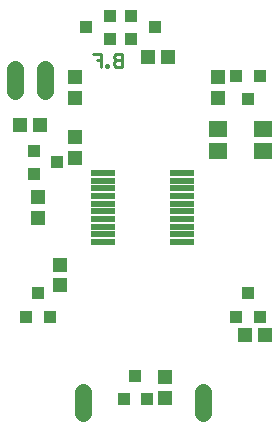
<source format=gbs>
G75*
G70*
%OFA0B0*%
%FSLAX24Y24*%
%IPPOS*%
%LPD*%
%AMOC8*
5,1,8,0,0,1.08239X$1,22.5*
%
%ADD10R,0.0395X0.0434*%
%ADD11R,0.0434X0.0395*%
%ADD12R,0.0789X0.0230*%
%ADD13R,0.0600X0.0550*%
%ADD14R,0.0474X0.0513*%
%ADD15C,0.0090*%
%ADD16R,0.0513X0.0474*%
%ADD17C,0.0580*%
D10*
X012937Y005779D03*
X013725Y005779D03*
X013331Y006567D03*
X010475Y008529D03*
X009687Y008529D03*
X010081Y009317D03*
X016687Y008529D03*
X017475Y008529D03*
X017081Y009317D03*
X017081Y015779D03*
X017475Y016567D03*
X016687Y016567D03*
D11*
X013187Y017779D03*
X012475Y017779D03*
X011687Y018173D03*
X012475Y018567D03*
X013187Y018567D03*
X013975Y018173D03*
X009937Y014067D03*
X010725Y013673D03*
X009937Y013279D03*
D12*
X012262Y013324D03*
X012262Y013069D03*
X012262Y012813D03*
X012262Y012557D03*
X012262Y012301D03*
X012262Y012045D03*
X012262Y011789D03*
X012262Y011533D03*
X012262Y011277D03*
X012262Y011021D03*
X014900Y011021D03*
X014900Y011277D03*
X014900Y011533D03*
X014900Y011789D03*
X014900Y012045D03*
X014900Y012301D03*
X014900Y012557D03*
X014900Y012813D03*
X014900Y013069D03*
X014900Y013324D03*
D13*
X016081Y014048D03*
X017581Y014048D03*
X017581Y014798D03*
X016081Y014798D03*
D14*
X016081Y015838D03*
X016081Y016507D03*
X011331Y016507D03*
X011331Y015838D03*
X011331Y014507D03*
X011331Y013838D03*
X010081Y012507D03*
X010081Y011838D03*
X010831Y010257D03*
X010831Y009588D03*
X014331Y006507D03*
X014331Y005838D03*
D15*
X012886Y016868D02*
X012681Y016868D01*
X012613Y016936D01*
X012613Y017005D01*
X012681Y017073D01*
X012886Y017073D01*
X012681Y017073D02*
X012613Y017141D01*
X012613Y017210D01*
X012681Y017278D01*
X012886Y017278D01*
X012886Y016868D01*
X012426Y016868D02*
X012358Y016868D01*
X012358Y016936D01*
X012426Y016936D01*
X012426Y016868D01*
X012196Y016868D02*
X012196Y017278D01*
X011922Y017278D01*
X012059Y017073D02*
X012196Y017073D01*
D16*
X013746Y017173D03*
X014416Y017173D03*
X010166Y014923D03*
X009496Y014923D03*
X016996Y007923D03*
X017666Y007923D03*
D17*
X011581Y006023D02*
X011581Y005323D01*
X015581Y005323D02*
X015581Y006023D01*
X010331Y016048D02*
X010331Y016798D01*
X009331Y016798D02*
X009331Y016048D01*
M02*

</source>
